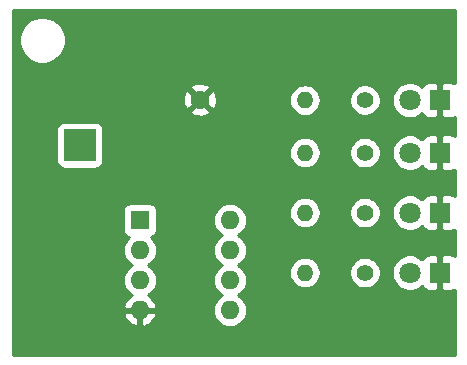
<source format=gbl>
G04 #@! TF.GenerationSoftware,KiCad,Pcbnew,(5.1.2)-1*
G04 #@! TF.CreationDate,2019-05-12T20:46:33-04:00*
G04 #@! TF.ProjectId,Demo2,44656d6f-322e-46b6-9963-61645f706362,rev?*
G04 #@! TF.SameCoordinates,PX80fd3d8PY55fe290*
G04 #@! TF.FileFunction,Copper,L2,Bot*
G04 #@! TF.FilePolarity,Positive*
%FSLAX46Y46*%
G04 Gerber Fmt 4.6, Leading zero omitted, Abs format (unit mm)*
G04 Created by KiCad (PCBNEW (5.1.2)-1) date 2019-05-12 20:46:33*
%MOMM*%
%LPD*%
G04 APERTURE LIST*
%ADD10C,1.400000*%
%ADD11O,1.400000X1.400000*%
%ADD12R,2.700000X2.700000*%
%ADD13C,1.600000*%
%ADD14R,1.800000X1.800000*%
%ADD15C,1.800000*%
%ADD16R,1.600000X1.600000*%
%ADD17O,1.600000X1.600000*%
%ADD18C,0.254000*%
G04 APERTURE END LIST*
D10*
X30480000Y22225000D03*
D11*
X25400000Y22225000D03*
D12*
X6350000Y18415000D03*
D13*
X16520000Y22265000D03*
D14*
X36830000Y22225000D03*
D15*
X34290000Y22225000D03*
X34290000Y17780000D03*
D14*
X36830000Y17780000D03*
X36830000Y12700000D03*
D15*
X34290000Y12700000D03*
X34290000Y7620000D03*
D14*
X36830000Y7620000D03*
D11*
X25400000Y17780000D03*
D10*
X30480000Y17780000D03*
X30480000Y12700000D03*
D11*
X25400000Y12700000D03*
X25400000Y7620000D03*
D10*
X30480000Y7620000D03*
D16*
X11430000Y12065000D03*
D17*
X19050000Y4445000D03*
X11430000Y9525000D03*
X19050000Y6985000D03*
X11430000Y6985000D03*
X19050000Y9525000D03*
X11430000Y4445000D03*
X19050000Y12065000D03*
D18*
G36*
X38075000Y23660612D02*
G01*
X37974180Y23714502D01*
X37854482Y23750812D01*
X37730000Y23763072D01*
X37115750Y23760000D01*
X36957000Y23601250D01*
X36957000Y22352000D01*
X36977000Y22352000D01*
X36977000Y22098000D01*
X36957000Y22098000D01*
X36957000Y20848750D01*
X37115750Y20690000D01*
X37730000Y20686928D01*
X37854482Y20699188D01*
X37974180Y20735498D01*
X38075000Y20789388D01*
X38075000Y19215612D01*
X37974180Y19269502D01*
X37854482Y19305812D01*
X37730000Y19318072D01*
X37115750Y19315000D01*
X36957000Y19156250D01*
X36957000Y17907000D01*
X36977000Y17907000D01*
X36977000Y17653000D01*
X36957000Y17653000D01*
X36957000Y16403750D01*
X37115750Y16245000D01*
X37730000Y16241928D01*
X37854482Y16254188D01*
X37974180Y16290498D01*
X38075000Y16344389D01*
X38075001Y14135611D01*
X37974180Y14189502D01*
X37854482Y14225812D01*
X37730000Y14238072D01*
X37115750Y14235000D01*
X36957000Y14076250D01*
X36957000Y12827000D01*
X36977000Y12827000D01*
X36977000Y12573000D01*
X36957000Y12573000D01*
X36957000Y11323750D01*
X37115750Y11165000D01*
X37730000Y11161928D01*
X37854482Y11174188D01*
X37974180Y11210498D01*
X38075001Y11264389D01*
X38075001Y9055611D01*
X37974180Y9109502D01*
X37854482Y9145812D01*
X37730000Y9158072D01*
X37115750Y9155000D01*
X36957000Y8996250D01*
X36957000Y7747000D01*
X36977000Y7747000D01*
X36977000Y7493000D01*
X36957000Y7493000D01*
X36957000Y6243750D01*
X37115750Y6085000D01*
X37730000Y6081928D01*
X37854482Y6094188D01*
X37974180Y6130498D01*
X38075001Y6184389D01*
X38075001Y660000D01*
X660000Y660000D01*
X660000Y4095961D01*
X10038096Y4095961D01*
X10078754Y3961913D01*
X10198963Y3707580D01*
X10366481Y3481586D01*
X10574869Y3292615D01*
X10816119Y3147930D01*
X11080960Y3053091D01*
X11303000Y3174376D01*
X11303000Y4318000D01*
X11557000Y4318000D01*
X11557000Y3174376D01*
X11779040Y3053091D01*
X12043881Y3147930D01*
X12285131Y3292615D01*
X12493519Y3481586D01*
X12661037Y3707580D01*
X12781246Y3961913D01*
X12821904Y4095961D01*
X12699915Y4318000D01*
X11557000Y4318000D01*
X11303000Y4318000D01*
X10160085Y4318000D01*
X10038096Y4095961D01*
X660000Y4095961D01*
X660000Y9525000D01*
X9988057Y9525000D01*
X10015764Y9243691D01*
X10097818Y8973192D01*
X10231068Y8723899D01*
X10410392Y8505392D01*
X10628899Y8326068D01*
X10761858Y8255000D01*
X10628899Y8183932D01*
X10410392Y8004608D01*
X10231068Y7786101D01*
X10097818Y7536808D01*
X10015764Y7266309D01*
X9988057Y6985000D01*
X10015764Y6703691D01*
X10097818Y6433192D01*
X10231068Y6183899D01*
X10410392Y5965392D01*
X10628899Y5786068D01*
X10766682Y5712421D01*
X10574869Y5597385D01*
X10366481Y5408414D01*
X10198963Y5182420D01*
X10078754Y4928087D01*
X10038096Y4794039D01*
X10160085Y4572000D01*
X11303000Y4572000D01*
X11303000Y4592000D01*
X11557000Y4592000D01*
X11557000Y4572000D01*
X12699915Y4572000D01*
X12821904Y4794039D01*
X12781246Y4928087D01*
X12661037Y5182420D01*
X12493519Y5408414D01*
X12285131Y5597385D01*
X12093318Y5712421D01*
X12231101Y5786068D01*
X12449608Y5965392D01*
X12628932Y6183899D01*
X12762182Y6433192D01*
X12844236Y6703691D01*
X12871943Y6985000D01*
X12844236Y7266309D01*
X12762182Y7536808D01*
X12628932Y7786101D01*
X12449608Y8004608D01*
X12231101Y8183932D01*
X12098142Y8255000D01*
X12231101Y8326068D01*
X12449608Y8505392D01*
X12628932Y8723899D01*
X12762182Y8973192D01*
X12844236Y9243691D01*
X12871943Y9525000D01*
X12844236Y9806309D01*
X12762182Y10076808D01*
X12628932Y10326101D01*
X12449608Y10544608D01*
X12336518Y10637419D01*
X12354482Y10639188D01*
X12474180Y10675498D01*
X12584494Y10734463D01*
X12681185Y10813815D01*
X12760537Y10910506D01*
X12819502Y11020820D01*
X12855812Y11140518D01*
X12868072Y11265000D01*
X12868072Y12065000D01*
X17608057Y12065000D01*
X17635764Y11783691D01*
X17717818Y11513192D01*
X17851068Y11263899D01*
X18030392Y11045392D01*
X18248899Y10866068D01*
X18381858Y10795000D01*
X18248899Y10723932D01*
X18030392Y10544608D01*
X17851068Y10326101D01*
X17717818Y10076808D01*
X17635764Y9806309D01*
X17608057Y9525000D01*
X17635764Y9243691D01*
X17717818Y8973192D01*
X17851068Y8723899D01*
X18030392Y8505392D01*
X18248899Y8326068D01*
X18381858Y8255000D01*
X18248899Y8183932D01*
X18030392Y8004608D01*
X17851068Y7786101D01*
X17717818Y7536808D01*
X17635764Y7266309D01*
X17608057Y6985000D01*
X17635764Y6703691D01*
X17717818Y6433192D01*
X17851068Y6183899D01*
X18030392Y5965392D01*
X18248899Y5786068D01*
X18381858Y5715000D01*
X18248899Y5643932D01*
X18030392Y5464608D01*
X17851068Y5246101D01*
X17717818Y4996808D01*
X17635764Y4726309D01*
X17608057Y4445000D01*
X17635764Y4163691D01*
X17717818Y3893192D01*
X17851068Y3643899D01*
X18030392Y3425392D01*
X18248899Y3246068D01*
X18498192Y3112818D01*
X18768691Y3030764D01*
X18979508Y3010000D01*
X19120492Y3010000D01*
X19331309Y3030764D01*
X19601808Y3112818D01*
X19851101Y3246068D01*
X20069608Y3425392D01*
X20248932Y3643899D01*
X20382182Y3893192D01*
X20464236Y4163691D01*
X20491943Y4445000D01*
X20464236Y4726309D01*
X20382182Y4996808D01*
X20248932Y5246101D01*
X20069608Y5464608D01*
X19851101Y5643932D01*
X19718142Y5715000D01*
X19851101Y5786068D01*
X20069608Y5965392D01*
X20248932Y6183899D01*
X20382182Y6433192D01*
X20464236Y6703691D01*
X20491943Y6985000D01*
X20464236Y7266309D01*
X20382182Y7536808D01*
X20337715Y7620000D01*
X24058541Y7620000D01*
X24084317Y7358294D01*
X24160653Y7106646D01*
X24284618Y6874725D01*
X24451445Y6671445D01*
X24654725Y6504618D01*
X24886646Y6380653D01*
X25138294Y6304317D01*
X25334421Y6285000D01*
X25465579Y6285000D01*
X25661706Y6304317D01*
X25913354Y6380653D01*
X26145275Y6504618D01*
X26348555Y6671445D01*
X26515382Y6874725D01*
X26639347Y7106646D01*
X26715683Y7358294D01*
X26741459Y7620000D01*
X26728509Y7751486D01*
X29145000Y7751486D01*
X29145000Y7488514D01*
X29196304Y7230595D01*
X29296939Y6987641D01*
X29443038Y6768987D01*
X29628987Y6583038D01*
X29847641Y6436939D01*
X30090595Y6336304D01*
X30348514Y6285000D01*
X30611486Y6285000D01*
X30869405Y6336304D01*
X31112359Y6436939D01*
X31331013Y6583038D01*
X31516962Y6768987D01*
X31663061Y6987641D01*
X31763696Y7230595D01*
X31815000Y7488514D01*
X31815000Y7751486D01*
X31811082Y7771184D01*
X32755000Y7771184D01*
X32755000Y7468816D01*
X32813989Y7172257D01*
X32929701Y6892905D01*
X33097688Y6641495D01*
X33311495Y6427688D01*
X33562905Y6259701D01*
X33842257Y6143989D01*
X34138816Y6085000D01*
X34441184Y6085000D01*
X34737743Y6143989D01*
X35017095Y6259701D01*
X35268505Y6427688D01*
X35334944Y6494127D01*
X35340498Y6475820D01*
X35399463Y6365506D01*
X35478815Y6268815D01*
X35575506Y6189463D01*
X35685820Y6130498D01*
X35805518Y6094188D01*
X35930000Y6081928D01*
X36544250Y6085000D01*
X36703000Y6243750D01*
X36703000Y7493000D01*
X36683000Y7493000D01*
X36683000Y7747000D01*
X36703000Y7747000D01*
X36703000Y8996250D01*
X36544250Y9155000D01*
X35930000Y9158072D01*
X35805518Y9145812D01*
X35685820Y9109502D01*
X35575506Y9050537D01*
X35478815Y8971185D01*
X35399463Y8874494D01*
X35340498Y8764180D01*
X35334944Y8745873D01*
X35268505Y8812312D01*
X35017095Y8980299D01*
X34737743Y9096011D01*
X34441184Y9155000D01*
X34138816Y9155000D01*
X33842257Y9096011D01*
X33562905Y8980299D01*
X33311495Y8812312D01*
X33097688Y8598505D01*
X32929701Y8347095D01*
X32813989Y8067743D01*
X32755000Y7771184D01*
X31811082Y7771184D01*
X31763696Y8009405D01*
X31663061Y8252359D01*
X31516962Y8471013D01*
X31331013Y8656962D01*
X31112359Y8803061D01*
X30869405Y8903696D01*
X30611486Y8955000D01*
X30348514Y8955000D01*
X30090595Y8903696D01*
X29847641Y8803061D01*
X29628987Y8656962D01*
X29443038Y8471013D01*
X29296939Y8252359D01*
X29196304Y8009405D01*
X29145000Y7751486D01*
X26728509Y7751486D01*
X26715683Y7881706D01*
X26639347Y8133354D01*
X26515382Y8365275D01*
X26348555Y8568555D01*
X26145275Y8735382D01*
X25913354Y8859347D01*
X25661706Y8935683D01*
X25465579Y8955000D01*
X25334421Y8955000D01*
X25138294Y8935683D01*
X24886646Y8859347D01*
X24654725Y8735382D01*
X24451445Y8568555D01*
X24284618Y8365275D01*
X24160653Y8133354D01*
X24084317Y7881706D01*
X24058541Y7620000D01*
X20337715Y7620000D01*
X20248932Y7786101D01*
X20069608Y8004608D01*
X19851101Y8183932D01*
X19718142Y8255000D01*
X19851101Y8326068D01*
X20069608Y8505392D01*
X20248932Y8723899D01*
X20382182Y8973192D01*
X20464236Y9243691D01*
X20491943Y9525000D01*
X20464236Y9806309D01*
X20382182Y10076808D01*
X20248932Y10326101D01*
X20069608Y10544608D01*
X19851101Y10723932D01*
X19718142Y10795000D01*
X19851101Y10866068D01*
X20069608Y11045392D01*
X20248932Y11263899D01*
X20382182Y11513192D01*
X20464236Y11783691D01*
X20491943Y12065000D01*
X20464236Y12346309D01*
X20382182Y12616808D01*
X20337715Y12700000D01*
X24058541Y12700000D01*
X24084317Y12438294D01*
X24160653Y12186646D01*
X24284618Y11954725D01*
X24451445Y11751445D01*
X24654725Y11584618D01*
X24886646Y11460653D01*
X25138294Y11384317D01*
X25334421Y11365000D01*
X25465579Y11365000D01*
X25661706Y11384317D01*
X25913354Y11460653D01*
X26145275Y11584618D01*
X26348555Y11751445D01*
X26515382Y11954725D01*
X26639347Y12186646D01*
X26715683Y12438294D01*
X26741459Y12700000D01*
X26728509Y12831486D01*
X29145000Y12831486D01*
X29145000Y12568514D01*
X29196304Y12310595D01*
X29296939Y12067641D01*
X29443038Y11848987D01*
X29628987Y11663038D01*
X29847641Y11516939D01*
X30090595Y11416304D01*
X30348514Y11365000D01*
X30611486Y11365000D01*
X30869405Y11416304D01*
X31112359Y11516939D01*
X31331013Y11663038D01*
X31516962Y11848987D01*
X31663061Y12067641D01*
X31763696Y12310595D01*
X31815000Y12568514D01*
X31815000Y12831486D01*
X31811082Y12851184D01*
X32755000Y12851184D01*
X32755000Y12548816D01*
X32813989Y12252257D01*
X32929701Y11972905D01*
X33097688Y11721495D01*
X33311495Y11507688D01*
X33562905Y11339701D01*
X33842257Y11223989D01*
X34138816Y11165000D01*
X34441184Y11165000D01*
X34737743Y11223989D01*
X35017095Y11339701D01*
X35268505Y11507688D01*
X35334944Y11574127D01*
X35340498Y11555820D01*
X35399463Y11445506D01*
X35478815Y11348815D01*
X35575506Y11269463D01*
X35685820Y11210498D01*
X35805518Y11174188D01*
X35930000Y11161928D01*
X36544250Y11165000D01*
X36703000Y11323750D01*
X36703000Y12573000D01*
X36683000Y12573000D01*
X36683000Y12827000D01*
X36703000Y12827000D01*
X36703000Y14076250D01*
X36544250Y14235000D01*
X35930000Y14238072D01*
X35805518Y14225812D01*
X35685820Y14189502D01*
X35575506Y14130537D01*
X35478815Y14051185D01*
X35399463Y13954494D01*
X35340498Y13844180D01*
X35334944Y13825873D01*
X35268505Y13892312D01*
X35017095Y14060299D01*
X34737743Y14176011D01*
X34441184Y14235000D01*
X34138816Y14235000D01*
X33842257Y14176011D01*
X33562905Y14060299D01*
X33311495Y13892312D01*
X33097688Y13678505D01*
X32929701Y13427095D01*
X32813989Y13147743D01*
X32755000Y12851184D01*
X31811082Y12851184D01*
X31763696Y13089405D01*
X31663061Y13332359D01*
X31516962Y13551013D01*
X31331013Y13736962D01*
X31112359Y13883061D01*
X30869405Y13983696D01*
X30611486Y14035000D01*
X30348514Y14035000D01*
X30090595Y13983696D01*
X29847641Y13883061D01*
X29628987Y13736962D01*
X29443038Y13551013D01*
X29296939Y13332359D01*
X29196304Y13089405D01*
X29145000Y12831486D01*
X26728509Y12831486D01*
X26715683Y12961706D01*
X26639347Y13213354D01*
X26515382Y13445275D01*
X26348555Y13648555D01*
X26145275Y13815382D01*
X25913354Y13939347D01*
X25661706Y14015683D01*
X25465579Y14035000D01*
X25334421Y14035000D01*
X25138294Y14015683D01*
X24886646Y13939347D01*
X24654725Y13815382D01*
X24451445Y13648555D01*
X24284618Y13445275D01*
X24160653Y13213354D01*
X24084317Y12961706D01*
X24058541Y12700000D01*
X20337715Y12700000D01*
X20248932Y12866101D01*
X20069608Y13084608D01*
X19851101Y13263932D01*
X19601808Y13397182D01*
X19331309Y13479236D01*
X19120492Y13500000D01*
X18979508Y13500000D01*
X18768691Y13479236D01*
X18498192Y13397182D01*
X18248899Y13263932D01*
X18030392Y13084608D01*
X17851068Y12866101D01*
X17717818Y12616808D01*
X17635764Y12346309D01*
X17608057Y12065000D01*
X12868072Y12065000D01*
X12868072Y12865000D01*
X12855812Y12989482D01*
X12819502Y13109180D01*
X12760537Y13219494D01*
X12681185Y13316185D01*
X12584494Y13395537D01*
X12474180Y13454502D01*
X12354482Y13490812D01*
X12230000Y13503072D01*
X10630000Y13503072D01*
X10505518Y13490812D01*
X10385820Y13454502D01*
X10275506Y13395537D01*
X10178815Y13316185D01*
X10099463Y13219494D01*
X10040498Y13109180D01*
X10004188Y12989482D01*
X9991928Y12865000D01*
X9991928Y11265000D01*
X10004188Y11140518D01*
X10040498Y11020820D01*
X10099463Y10910506D01*
X10178815Y10813815D01*
X10275506Y10734463D01*
X10385820Y10675498D01*
X10505518Y10639188D01*
X10523482Y10637419D01*
X10410392Y10544608D01*
X10231068Y10326101D01*
X10097818Y10076808D01*
X10015764Y9806309D01*
X9988057Y9525000D01*
X660000Y9525000D01*
X660000Y19765000D01*
X4361928Y19765000D01*
X4361928Y17065000D01*
X4374188Y16940518D01*
X4410498Y16820820D01*
X4469463Y16710506D01*
X4548815Y16613815D01*
X4645506Y16534463D01*
X4755820Y16475498D01*
X4875518Y16439188D01*
X5000000Y16426928D01*
X7700000Y16426928D01*
X7824482Y16439188D01*
X7944180Y16475498D01*
X8054494Y16534463D01*
X8151185Y16613815D01*
X8230537Y16710506D01*
X8289502Y16820820D01*
X8325812Y16940518D01*
X8338072Y17065000D01*
X8338072Y17780000D01*
X24058541Y17780000D01*
X24084317Y17518294D01*
X24160653Y17266646D01*
X24284618Y17034725D01*
X24451445Y16831445D01*
X24654725Y16664618D01*
X24886646Y16540653D01*
X25138294Y16464317D01*
X25334421Y16445000D01*
X25465579Y16445000D01*
X25661706Y16464317D01*
X25913354Y16540653D01*
X26145275Y16664618D01*
X26348555Y16831445D01*
X26515382Y17034725D01*
X26639347Y17266646D01*
X26715683Y17518294D01*
X26741459Y17780000D01*
X26728509Y17911486D01*
X29145000Y17911486D01*
X29145000Y17648514D01*
X29196304Y17390595D01*
X29296939Y17147641D01*
X29443038Y16928987D01*
X29628987Y16743038D01*
X29847641Y16596939D01*
X30090595Y16496304D01*
X30348514Y16445000D01*
X30611486Y16445000D01*
X30869405Y16496304D01*
X31112359Y16596939D01*
X31331013Y16743038D01*
X31516962Y16928987D01*
X31663061Y17147641D01*
X31763696Y17390595D01*
X31815000Y17648514D01*
X31815000Y17911486D01*
X31811082Y17931184D01*
X32755000Y17931184D01*
X32755000Y17628816D01*
X32813989Y17332257D01*
X32929701Y17052905D01*
X33097688Y16801495D01*
X33311495Y16587688D01*
X33562905Y16419701D01*
X33842257Y16303989D01*
X34138816Y16245000D01*
X34441184Y16245000D01*
X34737743Y16303989D01*
X35017095Y16419701D01*
X35268505Y16587688D01*
X35334944Y16654127D01*
X35340498Y16635820D01*
X35399463Y16525506D01*
X35478815Y16428815D01*
X35575506Y16349463D01*
X35685820Y16290498D01*
X35805518Y16254188D01*
X35930000Y16241928D01*
X36544250Y16245000D01*
X36703000Y16403750D01*
X36703000Y17653000D01*
X36683000Y17653000D01*
X36683000Y17907000D01*
X36703000Y17907000D01*
X36703000Y19156250D01*
X36544250Y19315000D01*
X35930000Y19318072D01*
X35805518Y19305812D01*
X35685820Y19269502D01*
X35575506Y19210537D01*
X35478815Y19131185D01*
X35399463Y19034494D01*
X35340498Y18924180D01*
X35334944Y18905873D01*
X35268505Y18972312D01*
X35017095Y19140299D01*
X34737743Y19256011D01*
X34441184Y19315000D01*
X34138816Y19315000D01*
X33842257Y19256011D01*
X33562905Y19140299D01*
X33311495Y18972312D01*
X33097688Y18758505D01*
X32929701Y18507095D01*
X32813989Y18227743D01*
X32755000Y17931184D01*
X31811082Y17931184D01*
X31763696Y18169405D01*
X31663061Y18412359D01*
X31516962Y18631013D01*
X31331013Y18816962D01*
X31112359Y18963061D01*
X30869405Y19063696D01*
X30611486Y19115000D01*
X30348514Y19115000D01*
X30090595Y19063696D01*
X29847641Y18963061D01*
X29628987Y18816962D01*
X29443038Y18631013D01*
X29296939Y18412359D01*
X29196304Y18169405D01*
X29145000Y17911486D01*
X26728509Y17911486D01*
X26715683Y18041706D01*
X26639347Y18293354D01*
X26515382Y18525275D01*
X26348555Y18728555D01*
X26145275Y18895382D01*
X25913354Y19019347D01*
X25661706Y19095683D01*
X25465579Y19115000D01*
X25334421Y19115000D01*
X25138294Y19095683D01*
X24886646Y19019347D01*
X24654725Y18895382D01*
X24451445Y18728555D01*
X24284618Y18525275D01*
X24160653Y18293354D01*
X24084317Y18041706D01*
X24058541Y17780000D01*
X8338072Y17780000D01*
X8338072Y19765000D01*
X8325812Y19889482D01*
X8289502Y20009180D01*
X8230537Y20119494D01*
X8151185Y20216185D01*
X8054494Y20295537D01*
X7944180Y20354502D01*
X7824482Y20390812D01*
X7700000Y20403072D01*
X5000000Y20403072D01*
X4875518Y20390812D01*
X4755820Y20354502D01*
X4645506Y20295537D01*
X4548815Y20216185D01*
X4469463Y20119494D01*
X4410498Y20009180D01*
X4374188Y19889482D01*
X4361928Y19765000D01*
X660000Y19765000D01*
X660000Y21272298D01*
X15706903Y21272298D01*
X15778486Y21028329D01*
X16033996Y20907429D01*
X16308184Y20838700D01*
X16590512Y20824783D01*
X16870130Y20866213D01*
X17136292Y20961397D01*
X17261514Y21028329D01*
X17333097Y21272298D01*
X16520000Y22085395D01*
X15706903Y21272298D01*
X660000Y21272298D01*
X660000Y22194488D01*
X15079783Y22194488D01*
X15121213Y21914870D01*
X15216397Y21648708D01*
X15283329Y21523486D01*
X15527298Y21451903D01*
X16340395Y22265000D01*
X16699605Y22265000D01*
X17512702Y21451903D01*
X17756671Y21523486D01*
X17877571Y21778996D01*
X17946300Y22053184D01*
X17954769Y22225000D01*
X24058541Y22225000D01*
X24084317Y21963294D01*
X24160653Y21711646D01*
X24284618Y21479725D01*
X24451445Y21276445D01*
X24654725Y21109618D01*
X24886646Y20985653D01*
X25138294Y20909317D01*
X25334421Y20890000D01*
X25465579Y20890000D01*
X25661706Y20909317D01*
X25913354Y20985653D01*
X26145275Y21109618D01*
X26348555Y21276445D01*
X26515382Y21479725D01*
X26639347Y21711646D01*
X26715683Y21963294D01*
X26741459Y22225000D01*
X26728509Y22356486D01*
X29145000Y22356486D01*
X29145000Y22093514D01*
X29196304Y21835595D01*
X29296939Y21592641D01*
X29443038Y21373987D01*
X29628987Y21188038D01*
X29847641Y21041939D01*
X30090595Y20941304D01*
X30348514Y20890000D01*
X30611486Y20890000D01*
X30869405Y20941304D01*
X31112359Y21041939D01*
X31331013Y21188038D01*
X31516962Y21373987D01*
X31663061Y21592641D01*
X31763696Y21835595D01*
X31815000Y22093514D01*
X31815000Y22356486D01*
X31811082Y22376184D01*
X32755000Y22376184D01*
X32755000Y22073816D01*
X32813989Y21777257D01*
X32929701Y21497905D01*
X33097688Y21246495D01*
X33311495Y21032688D01*
X33562905Y20864701D01*
X33842257Y20748989D01*
X34138816Y20690000D01*
X34441184Y20690000D01*
X34737743Y20748989D01*
X35017095Y20864701D01*
X35268505Y21032688D01*
X35334944Y21099127D01*
X35340498Y21080820D01*
X35399463Y20970506D01*
X35478815Y20873815D01*
X35575506Y20794463D01*
X35685820Y20735498D01*
X35805518Y20699188D01*
X35930000Y20686928D01*
X36544250Y20690000D01*
X36703000Y20848750D01*
X36703000Y22098000D01*
X36683000Y22098000D01*
X36683000Y22352000D01*
X36703000Y22352000D01*
X36703000Y23601250D01*
X36544250Y23760000D01*
X35930000Y23763072D01*
X35805518Y23750812D01*
X35685820Y23714502D01*
X35575506Y23655537D01*
X35478815Y23576185D01*
X35399463Y23479494D01*
X35340498Y23369180D01*
X35334944Y23350873D01*
X35268505Y23417312D01*
X35017095Y23585299D01*
X34737743Y23701011D01*
X34441184Y23760000D01*
X34138816Y23760000D01*
X33842257Y23701011D01*
X33562905Y23585299D01*
X33311495Y23417312D01*
X33097688Y23203505D01*
X32929701Y22952095D01*
X32813989Y22672743D01*
X32755000Y22376184D01*
X31811082Y22376184D01*
X31763696Y22614405D01*
X31663061Y22857359D01*
X31516962Y23076013D01*
X31331013Y23261962D01*
X31112359Y23408061D01*
X30869405Y23508696D01*
X30611486Y23560000D01*
X30348514Y23560000D01*
X30090595Y23508696D01*
X29847641Y23408061D01*
X29628987Y23261962D01*
X29443038Y23076013D01*
X29296939Y22857359D01*
X29196304Y22614405D01*
X29145000Y22356486D01*
X26728509Y22356486D01*
X26715683Y22486706D01*
X26639347Y22738354D01*
X26515382Y22970275D01*
X26348555Y23173555D01*
X26145275Y23340382D01*
X25913354Y23464347D01*
X25661706Y23540683D01*
X25465579Y23560000D01*
X25334421Y23560000D01*
X25138294Y23540683D01*
X24886646Y23464347D01*
X24654725Y23340382D01*
X24451445Y23173555D01*
X24284618Y22970275D01*
X24160653Y22738354D01*
X24084317Y22486706D01*
X24058541Y22225000D01*
X17954769Y22225000D01*
X17960217Y22335512D01*
X17918787Y22615130D01*
X17823603Y22881292D01*
X17756671Y23006514D01*
X17512702Y23078097D01*
X16699605Y22265000D01*
X16340395Y22265000D01*
X15527298Y23078097D01*
X15283329Y23006514D01*
X15162429Y22751004D01*
X15093700Y22476816D01*
X15079783Y22194488D01*
X660000Y22194488D01*
X660000Y23257702D01*
X15706903Y23257702D01*
X16520000Y22444605D01*
X17333097Y23257702D01*
X17261514Y23501671D01*
X17006004Y23622571D01*
X16731816Y23691300D01*
X16449488Y23705217D01*
X16169870Y23663787D01*
X15903708Y23568603D01*
X15778486Y23501671D01*
X15706903Y23257702D01*
X660000Y23257702D01*
X660000Y27500505D01*
X1190000Y27500505D01*
X1190000Y27109495D01*
X1266282Y26725997D01*
X1415915Y26364750D01*
X1633149Y26039636D01*
X1909636Y25763149D01*
X2234750Y25545915D01*
X2595997Y25396282D01*
X2979495Y25320000D01*
X3370505Y25320000D01*
X3754003Y25396282D01*
X4115250Y25545915D01*
X4440364Y25763149D01*
X4716851Y26039636D01*
X4934085Y26364750D01*
X5083718Y26725997D01*
X5160000Y27109495D01*
X5160000Y27500505D01*
X5083718Y27884003D01*
X4934085Y28245250D01*
X4716851Y28570364D01*
X4440364Y28846851D01*
X4115250Y29064085D01*
X3754003Y29213718D01*
X3370505Y29290000D01*
X2979495Y29290000D01*
X2595997Y29213718D01*
X2234750Y29064085D01*
X1909636Y28846851D01*
X1633149Y28570364D01*
X1415915Y28245250D01*
X1266282Y27884003D01*
X1190000Y27500505D01*
X660000Y27500505D01*
X660000Y29820000D01*
X38075000Y29820000D01*
X38075000Y23660612D01*
X38075000Y23660612D01*
G37*
X38075000Y23660612D02*
X37974180Y23714502D01*
X37854482Y23750812D01*
X37730000Y23763072D01*
X37115750Y23760000D01*
X36957000Y23601250D01*
X36957000Y22352000D01*
X36977000Y22352000D01*
X36977000Y22098000D01*
X36957000Y22098000D01*
X36957000Y20848750D01*
X37115750Y20690000D01*
X37730000Y20686928D01*
X37854482Y20699188D01*
X37974180Y20735498D01*
X38075000Y20789388D01*
X38075000Y19215612D01*
X37974180Y19269502D01*
X37854482Y19305812D01*
X37730000Y19318072D01*
X37115750Y19315000D01*
X36957000Y19156250D01*
X36957000Y17907000D01*
X36977000Y17907000D01*
X36977000Y17653000D01*
X36957000Y17653000D01*
X36957000Y16403750D01*
X37115750Y16245000D01*
X37730000Y16241928D01*
X37854482Y16254188D01*
X37974180Y16290498D01*
X38075000Y16344389D01*
X38075001Y14135611D01*
X37974180Y14189502D01*
X37854482Y14225812D01*
X37730000Y14238072D01*
X37115750Y14235000D01*
X36957000Y14076250D01*
X36957000Y12827000D01*
X36977000Y12827000D01*
X36977000Y12573000D01*
X36957000Y12573000D01*
X36957000Y11323750D01*
X37115750Y11165000D01*
X37730000Y11161928D01*
X37854482Y11174188D01*
X37974180Y11210498D01*
X38075001Y11264389D01*
X38075001Y9055611D01*
X37974180Y9109502D01*
X37854482Y9145812D01*
X37730000Y9158072D01*
X37115750Y9155000D01*
X36957000Y8996250D01*
X36957000Y7747000D01*
X36977000Y7747000D01*
X36977000Y7493000D01*
X36957000Y7493000D01*
X36957000Y6243750D01*
X37115750Y6085000D01*
X37730000Y6081928D01*
X37854482Y6094188D01*
X37974180Y6130498D01*
X38075001Y6184389D01*
X38075001Y660000D01*
X660000Y660000D01*
X660000Y4095961D01*
X10038096Y4095961D01*
X10078754Y3961913D01*
X10198963Y3707580D01*
X10366481Y3481586D01*
X10574869Y3292615D01*
X10816119Y3147930D01*
X11080960Y3053091D01*
X11303000Y3174376D01*
X11303000Y4318000D01*
X11557000Y4318000D01*
X11557000Y3174376D01*
X11779040Y3053091D01*
X12043881Y3147930D01*
X12285131Y3292615D01*
X12493519Y3481586D01*
X12661037Y3707580D01*
X12781246Y3961913D01*
X12821904Y4095961D01*
X12699915Y4318000D01*
X11557000Y4318000D01*
X11303000Y4318000D01*
X10160085Y4318000D01*
X10038096Y4095961D01*
X660000Y4095961D01*
X660000Y9525000D01*
X9988057Y9525000D01*
X10015764Y9243691D01*
X10097818Y8973192D01*
X10231068Y8723899D01*
X10410392Y8505392D01*
X10628899Y8326068D01*
X10761858Y8255000D01*
X10628899Y8183932D01*
X10410392Y8004608D01*
X10231068Y7786101D01*
X10097818Y7536808D01*
X10015764Y7266309D01*
X9988057Y6985000D01*
X10015764Y6703691D01*
X10097818Y6433192D01*
X10231068Y6183899D01*
X10410392Y5965392D01*
X10628899Y5786068D01*
X10766682Y5712421D01*
X10574869Y5597385D01*
X10366481Y5408414D01*
X10198963Y5182420D01*
X10078754Y4928087D01*
X10038096Y4794039D01*
X10160085Y4572000D01*
X11303000Y4572000D01*
X11303000Y4592000D01*
X11557000Y4592000D01*
X11557000Y4572000D01*
X12699915Y4572000D01*
X12821904Y4794039D01*
X12781246Y4928087D01*
X12661037Y5182420D01*
X12493519Y5408414D01*
X12285131Y5597385D01*
X12093318Y5712421D01*
X12231101Y5786068D01*
X12449608Y5965392D01*
X12628932Y6183899D01*
X12762182Y6433192D01*
X12844236Y6703691D01*
X12871943Y6985000D01*
X12844236Y7266309D01*
X12762182Y7536808D01*
X12628932Y7786101D01*
X12449608Y8004608D01*
X12231101Y8183932D01*
X12098142Y8255000D01*
X12231101Y8326068D01*
X12449608Y8505392D01*
X12628932Y8723899D01*
X12762182Y8973192D01*
X12844236Y9243691D01*
X12871943Y9525000D01*
X12844236Y9806309D01*
X12762182Y10076808D01*
X12628932Y10326101D01*
X12449608Y10544608D01*
X12336518Y10637419D01*
X12354482Y10639188D01*
X12474180Y10675498D01*
X12584494Y10734463D01*
X12681185Y10813815D01*
X12760537Y10910506D01*
X12819502Y11020820D01*
X12855812Y11140518D01*
X12868072Y11265000D01*
X12868072Y12065000D01*
X17608057Y12065000D01*
X17635764Y11783691D01*
X17717818Y11513192D01*
X17851068Y11263899D01*
X18030392Y11045392D01*
X18248899Y10866068D01*
X18381858Y10795000D01*
X18248899Y10723932D01*
X18030392Y10544608D01*
X17851068Y10326101D01*
X17717818Y10076808D01*
X17635764Y9806309D01*
X17608057Y9525000D01*
X17635764Y9243691D01*
X17717818Y8973192D01*
X17851068Y8723899D01*
X18030392Y8505392D01*
X18248899Y8326068D01*
X18381858Y8255000D01*
X18248899Y8183932D01*
X18030392Y8004608D01*
X17851068Y7786101D01*
X17717818Y7536808D01*
X17635764Y7266309D01*
X17608057Y6985000D01*
X17635764Y6703691D01*
X17717818Y6433192D01*
X17851068Y6183899D01*
X18030392Y5965392D01*
X18248899Y5786068D01*
X18381858Y5715000D01*
X18248899Y5643932D01*
X18030392Y5464608D01*
X17851068Y5246101D01*
X17717818Y4996808D01*
X17635764Y4726309D01*
X17608057Y4445000D01*
X17635764Y4163691D01*
X17717818Y3893192D01*
X17851068Y3643899D01*
X18030392Y3425392D01*
X18248899Y3246068D01*
X18498192Y3112818D01*
X18768691Y3030764D01*
X18979508Y3010000D01*
X19120492Y3010000D01*
X19331309Y3030764D01*
X19601808Y3112818D01*
X19851101Y3246068D01*
X20069608Y3425392D01*
X20248932Y3643899D01*
X20382182Y3893192D01*
X20464236Y4163691D01*
X20491943Y4445000D01*
X20464236Y4726309D01*
X20382182Y4996808D01*
X20248932Y5246101D01*
X20069608Y5464608D01*
X19851101Y5643932D01*
X19718142Y5715000D01*
X19851101Y5786068D01*
X20069608Y5965392D01*
X20248932Y6183899D01*
X20382182Y6433192D01*
X20464236Y6703691D01*
X20491943Y6985000D01*
X20464236Y7266309D01*
X20382182Y7536808D01*
X20337715Y7620000D01*
X24058541Y7620000D01*
X24084317Y7358294D01*
X24160653Y7106646D01*
X24284618Y6874725D01*
X24451445Y6671445D01*
X24654725Y6504618D01*
X24886646Y6380653D01*
X25138294Y6304317D01*
X25334421Y6285000D01*
X25465579Y6285000D01*
X25661706Y6304317D01*
X25913354Y6380653D01*
X26145275Y6504618D01*
X26348555Y6671445D01*
X26515382Y6874725D01*
X26639347Y7106646D01*
X26715683Y7358294D01*
X26741459Y7620000D01*
X26728509Y7751486D01*
X29145000Y7751486D01*
X29145000Y7488514D01*
X29196304Y7230595D01*
X29296939Y6987641D01*
X29443038Y6768987D01*
X29628987Y6583038D01*
X29847641Y6436939D01*
X30090595Y6336304D01*
X30348514Y6285000D01*
X30611486Y6285000D01*
X30869405Y6336304D01*
X31112359Y6436939D01*
X31331013Y6583038D01*
X31516962Y6768987D01*
X31663061Y6987641D01*
X31763696Y7230595D01*
X31815000Y7488514D01*
X31815000Y7751486D01*
X31811082Y7771184D01*
X32755000Y7771184D01*
X32755000Y7468816D01*
X32813989Y7172257D01*
X32929701Y6892905D01*
X33097688Y6641495D01*
X33311495Y6427688D01*
X33562905Y6259701D01*
X33842257Y6143989D01*
X34138816Y6085000D01*
X34441184Y6085000D01*
X34737743Y6143989D01*
X35017095Y6259701D01*
X35268505Y6427688D01*
X35334944Y6494127D01*
X35340498Y6475820D01*
X35399463Y6365506D01*
X35478815Y6268815D01*
X35575506Y6189463D01*
X35685820Y6130498D01*
X35805518Y6094188D01*
X35930000Y6081928D01*
X36544250Y6085000D01*
X36703000Y6243750D01*
X36703000Y7493000D01*
X36683000Y7493000D01*
X36683000Y7747000D01*
X36703000Y7747000D01*
X36703000Y8996250D01*
X36544250Y9155000D01*
X35930000Y9158072D01*
X35805518Y9145812D01*
X35685820Y9109502D01*
X35575506Y9050537D01*
X35478815Y8971185D01*
X35399463Y8874494D01*
X35340498Y8764180D01*
X35334944Y8745873D01*
X35268505Y8812312D01*
X35017095Y8980299D01*
X34737743Y9096011D01*
X34441184Y9155000D01*
X34138816Y9155000D01*
X33842257Y9096011D01*
X33562905Y8980299D01*
X33311495Y8812312D01*
X33097688Y8598505D01*
X32929701Y8347095D01*
X32813989Y8067743D01*
X32755000Y7771184D01*
X31811082Y7771184D01*
X31763696Y8009405D01*
X31663061Y8252359D01*
X31516962Y8471013D01*
X31331013Y8656962D01*
X31112359Y8803061D01*
X30869405Y8903696D01*
X30611486Y8955000D01*
X30348514Y8955000D01*
X30090595Y8903696D01*
X29847641Y8803061D01*
X29628987Y8656962D01*
X29443038Y8471013D01*
X29296939Y8252359D01*
X29196304Y8009405D01*
X29145000Y7751486D01*
X26728509Y7751486D01*
X26715683Y7881706D01*
X26639347Y8133354D01*
X26515382Y8365275D01*
X26348555Y8568555D01*
X26145275Y8735382D01*
X25913354Y8859347D01*
X25661706Y8935683D01*
X25465579Y8955000D01*
X25334421Y8955000D01*
X25138294Y8935683D01*
X24886646Y8859347D01*
X24654725Y8735382D01*
X24451445Y8568555D01*
X24284618Y8365275D01*
X24160653Y8133354D01*
X24084317Y7881706D01*
X24058541Y7620000D01*
X20337715Y7620000D01*
X20248932Y7786101D01*
X20069608Y8004608D01*
X19851101Y8183932D01*
X19718142Y8255000D01*
X19851101Y8326068D01*
X20069608Y8505392D01*
X20248932Y8723899D01*
X20382182Y8973192D01*
X20464236Y9243691D01*
X20491943Y9525000D01*
X20464236Y9806309D01*
X20382182Y10076808D01*
X20248932Y10326101D01*
X20069608Y10544608D01*
X19851101Y10723932D01*
X19718142Y10795000D01*
X19851101Y10866068D01*
X20069608Y11045392D01*
X20248932Y11263899D01*
X20382182Y11513192D01*
X20464236Y11783691D01*
X20491943Y12065000D01*
X20464236Y12346309D01*
X20382182Y12616808D01*
X20337715Y12700000D01*
X24058541Y12700000D01*
X24084317Y12438294D01*
X24160653Y12186646D01*
X24284618Y11954725D01*
X24451445Y11751445D01*
X24654725Y11584618D01*
X24886646Y11460653D01*
X25138294Y11384317D01*
X25334421Y11365000D01*
X25465579Y11365000D01*
X25661706Y11384317D01*
X25913354Y11460653D01*
X26145275Y11584618D01*
X26348555Y11751445D01*
X26515382Y11954725D01*
X26639347Y12186646D01*
X26715683Y12438294D01*
X26741459Y12700000D01*
X26728509Y12831486D01*
X29145000Y12831486D01*
X29145000Y12568514D01*
X29196304Y12310595D01*
X29296939Y12067641D01*
X29443038Y11848987D01*
X29628987Y11663038D01*
X29847641Y11516939D01*
X30090595Y11416304D01*
X30348514Y11365000D01*
X30611486Y11365000D01*
X30869405Y11416304D01*
X31112359Y11516939D01*
X31331013Y11663038D01*
X31516962Y11848987D01*
X31663061Y12067641D01*
X31763696Y12310595D01*
X31815000Y12568514D01*
X31815000Y12831486D01*
X31811082Y12851184D01*
X32755000Y12851184D01*
X32755000Y12548816D01*
X32813989Y12252257D01*
X32929701Y11972905D01*
X33097688Y11721495D01*
X33311495Y11507688D01*
X33562905Y11339701D01*
X33842257Y11223989D01*
X34138816Y11165000D01*
X34441184Y11165000D01*
X34737743Y11223989D01*
X35017095Y11339701D01*
X35268505Y11507688D01*
X35334944Y11574127D01*
X35340498Y11555820D01*
X35399463Y11445506D01*
X35478815Y11348815D01*
X35575506Y11269463D01*
X35685820Y11210498D01*
X35805518Y11174188D01*
X35930000Y11161928D01*
X36544250Y11165000D01*
X36703000Y11323750D01*
X36703000Y12573000D01*
X36683000Y12573000D01*
X36683000Y12827000D01*
X36703000Y12827000D01*
X36703000Y14076250D01*
X36544250Y14235000D01*
X35930000Y14238072D01*
X35805518Y14225812D01*
X35685820Y14189502D01*
X35575506Y14130537D01*
X35478815Y14051185D01*
X35399463Y13954494D01*
X35340498Y13844180D01*
X35334944Y13825873D01*
X35268505Y13892312D01*
X35017095Y14060299D01*
X34737743Y14176011D01*
X34441184Y14235000D01*
X34138816Y14235000D01*
X33842257Y14176011D01*
X33562905Y14060299D01*
X33311495Y13892312D01*
X33097688Y13678505D01*
X32929701Y13427095D01*
X32813989Y13147743D01*
X32755000Y12851184D01*
X31811082Y12851184D01*
X31763696Y13089405D01*
X31663061Y13332359D01*
X31516962Y13551013D01*
X31331013Y13736962D01*
X31112359Y13883061D01*
X30869405Y13983696D01*
X30611486Y14035000D01*
X30348514Y14035000D01*
X30090595Y13983696D01*
X29847641Y13883061D01*
X29628987Y13736962D01*
X29443038Y13551013D01*
X29296939Y13332359D01*
X29196304Y13089405D01*
X29145000Y12831486D01*
X26728509Y12831486D01*
X26715683Y12961706D01*
X26639347Y13213354D01*
X26515382Y13445275D01*
X26348555Y13648555D01*
X26145275Y13815382D01*
X25913354Y13939347D01*
X25661706Y14015683D01*
X25465579Y14035000D01*
X25334421Y14035000D01*
X25138294Y14015683D01*
X24886646Y13939347D01*
X24654725Y13815382D01*
X24451445Y13648555D01*
X24284618Y13445275D01*
X24160653Y13213354D01*
X24084317Y12961706D01*
X24058541Y12700000D01*
X20337715Y12700000D01*
X20248932Y12866101D01*
X20069608Y13084608D01*
X19851101Y13263932D01*
X19601808Y13397182D01*
X19331309Y13479236D01*
X19120492Y13500000D01*
X18979508Y13500000D01*
X18768691Y13479236D01*
X18498192Y13397182D01*
X18248899Y13263932D01*
X18030392Y13084608D01*
X17851068Y12866101D01*
X17717818Y12616808D01*
X17635764Y12346309D01*
X17608057Y12065000D01*
X12868072Y12065000D01*
X12868072Y12865000D01*
X12855812Y12989482D01*
X12819502Y13109180D01*
X12760537Y13219494D01*
X12681185Y13316185D01*
X12584494Y13395537D01*
X12474180Y13454502D01*
X12354482Y13490812D01*
X12230000Y13503072D01*
X10630000Y13503072D01*
X10505518Y13490812D01*
X10385820Y13454502D01*
X10275506Y13395537D01*
X10178815Y13316185D01*
X10099463Y13219494D01*
X10040498Y13109180D01*
X10004188Y12989482D01*
X9991928Y12865000D01*
X9991928Y11265000D01*
X10004188Y11140518D01*
X10040498Y11020820D01*
X10099463Y10910506D01*
X10178815Y10813815D01*
X10275506Y10734463D01*
X10385820Y10675498D01*
X10505518Y10639188D01*
X10523482Y10637419D01*
X10410392Y10544608D01*
X10231068Y10326101D01*
X10097818Y10076808D01*
X10015764Y9806309D01*
X9988057Y9525000D01*
X660000Y9525000D01*
X660000Y19765000D01*
X4361928Y19765000D01*
X4361928Y17065000D01*
X4374188Y16940518D01*
X4410498Y16820820D01*
X4469463Y16710506D01*
X4548815Y16613815D01*
X4645506Y16534463D01*
X4755820Y16475498D01*
X4875518Y16439188D01*
X5000000Y16426928D01*
X7700000Y16426928D01*
X7824482Y16439188D01*
X7944180Y16475498D01*
X8054494Y16534463D01*
X8151185Y16613815D01*
X8230537Y16710506D01*
X8289502Y16820820D01*
X8325812Y16940518D01*
X8338072Y17065000D01*
X8338072Y17780000D01*
X24058541Y17780000D01*
X24084317Y17518294D01*
X24160653Y17266646D01*
X24284618Y17034725D01*
X24451445Y16831445D01*
X24654725Y16664618D01*
X24886646Y16540653D01*
X25138294Y16464317D01*
X25334421Y16445000D01*
X25465579Y16445000D01*
X25661706Y16464317D01*
X25913354Y16540653D01*
X26145275Y16664618D01*
X26348555Y16831445D01*
X26515382Y17034725D01*
X26639347Y17266646D01*
X26715683Y17518294D01*
X26741459Y17780000D01*
X26728509Y17911486D01*
X29145000Y17911486D01*
X29145000Y17648514D01*
X29196304Y17390595D01*
X29296939Y17147641D01*
X29443038Y16928987D01*
X29628987Y16743038D01*
X29847641Y16596939D01*
X30090595Y16496304D01*
X30348514Y16445000D01*
X30611486Y16445000D01*
X30869405Y16496304D01*
X31112359Y16596939D01*
X31331013Y16743038D01*
X31516962Y16928987D01*
X31663061Y17147641D01*
X31763696Y17390595D01*
X31815000Y17648514D01*
X31815000Y17911486D01*
X31811082Y17931184D01*
X32755000Y17931184D01*
X32755000Y17628816D01*
X32813989Y17332257D01*
X32929701Y17052905D01*
X33097688Y16801495D01*
X33311495Y16587688D01*
X33562905Y16419701D01*
X33842257Y16303989D01*
X34138816Y16245000D01*
X34441184Y16245000D01*
X34737743Y16303989D01*
X35017095Y16419701D01*
X35268505Y16587688D01*
X35334944Y16654127D01*
X35340498Y16635820D01*
X35399463Y16525506D01*
X35478815Y16428815D01*
X35575506Y16349463D01*
X35685820Y16290498D01*
X35805518Y16254188D01*
X35930000Y16241928D01*
X36544250Y16245000D01*
X36703000Y16403750D01*
X36703000Y17653000D01*
X36683000Y17653000D01*
X36683000Y17907000D01*
X36703000Y17907000D01*
X36703000Y19156250D01*
X36544250Y19315000D01*
X35930000Y19318072D01*
X35805518Y19305812D01*
X35685820Y19269502D01*
X35575506Y19210537D01*
X35478815Y19131185D01*
X35399463Y19034494D01*
X35340498Y18924180D01*
X35334944Y18905873D01*
X35268505Y18972312D01*
X35017095Y19140299D01*
X34737743Y19256011D01*
X34441184Y19315000D01*
X34138816Y19315000D01*
X33842257Y19256011D01*
X33562905Y19140299D01*
X33311495Y18972312D01*
X33097688Y18758505D01*
X32929701Y18507095D01*
X32813989Y18227743D01*
X32755000Y17931184D01*
X31811082Y17931184D01*
X31763696Y18169405D01*
X31663061Y18412359D01*
X31516962Y18631013D01*
X31331013Y18816962D01*
X31112359Y18963061D01*
X30869405Y19063696D01*
X30611486Y19115000D01*
X30348514Y19115000D01*
X30090595Y19063696D01*
X29847641Y18963061D01*
X29628987Y18816962D01*
X29443038Y18631013D01*
X29296939Y18412359D01*
X29196304Y18169405D01*
X29145000Y17911486D01*
X26728509Y17911486D01*
X26715683Y18041706D01*
X26639347Y18293354D01*
X26515382Y18525275D01*
X26348555Y18728555D01*
X26145275Y18895382D01*
X25913354Y19019347D01*
X25661706Y19095683D01*
X25465579Y19115000D01*
X25334421Y19115000D01*
X25138294Y19095683D01*
X24886646Y19019347D01*
X24654725Y18895382D01*
X24451445Y18728555D01*
X24284618Y18525275D01*
X24160653Y18293354D01*
X24084317Y18041706D01*
X24058541Y17780000D01*
X8338072Y17780000D01*
X8338072Y19765000D01*
X8325812Y19889482D01*
X8289502Y20009180D01*
X8230537Y20119494D01*
X8151185Y20216185D01*
X8054494Y20295537D01*
X7944180Y20354502D01*
X7824482Y20390812D01*
X7700000Y20403072D01*
X5000000Y20403072D01*
X4875518Y20390812D01*
X4755820Y20354502D01*
X4645506Y20295537D01*
X4548815Y20216185D01*
X4469463Y20119494D01*
X4410498Y20009180D01*
X4374188Y19889482D01*
X4361928Y19765000D01*
X660000Y19765000D01*
X660000Y21272298D01*
X15706903Y21272298D01*
X15778486Y21028329D01*
X16033996Y20907429D01*
X16308184Y20838700D01*
X16590512Y20824783D01*
X16870130Y20866213D01*
X17136292Y20961397D01*
X17261514Y21028329D01*
X17333097Y21272298D01*
X16520000Y22085395D01*
X15706903Y21272298D01*
X660000Y21272298D01*
X660000Y22194488D01*
X15079783Y22194488D01*
X15121213Y21914870D01*
X15216397Y21648708D01*
X15283329Y21523486D01*
X15527298Y21451903D01*
X16340395Y22265000D01*
X16699605Y22265000D01*
X17512702Y21451903D01*
X17756671Y21523486D01*
X17877571Y21778996D01*
X17946300Y22053184D01*
X17954769Y22225000D01*
X24058541Y22225000D01*
X24084317Y21963294D01*
X24160653Y21711646D01*
X24284618Y21479725D01*
X24451445Y21276445D01*
X24654725Y21109618D01*
X24886646Y20985653D01*
X25138294Y20909317D01*
X25334421Y20890000D01*
X25465579Y20890000D01*
X25661706Y20909317D01*
X25913354Y20985653D01*
X26145275Y21109618D01*
X26348555Y21276445D01*
X26515382Y21479725D01*
X26639347Y21711646D01*
X26715683Y21963294D01*
X26741459Y22225000D01*
X26728509Y22356486D01*
X29145000Y22356486D01*
X29145000Y22093514D01*
X29196304Y21835595D01*
X29296939Y21592641D01*
X29443038Y21373987D01*
X29628987Y21188038D01*
X29847641Y21041939D01*
X30090595Y20941304D01*
X30348514Y20890000D01*
X30611486Y20890000D01*
X30869405Y20941304D01*
X31112359Y21041939D01*
X31331013Y21188038D01*
X31516962Y21373987D01*
X31663061Y21592641D01*
X31763696Y21835595D01*
X31815000Y22093514D01*
X31815000Y22356486D01*
X31811082Y22376184D01*
X32755000Y22376184D01*
X32755000Y22073816D01*
X32813989Y21777257D01*
X32929701Y21497905D01*
X33097688Y21246495D01*
X33311495Y21032688D01*
X33562905Y20864701D01*
X33842257Y20748989D01*
X34138816Y20690000D01*
X34441184Y20690000D01*
X34737743Y20748989D01*
X35017095Y20864701D01*
X35268505Y21032688D01*
X35334944Y21099127D01*
X35340498Y21080820D01*
X35399463Y20970506D01*
X35478815Y20873815D01*
X35575506Y20794463D01*
X35685820Y20735498D01*
X35805518Y20699188D01*
X35930000Y20686928D01*
X36544250Y20690000D01*
X36703000Y20848750D01*
X36703000Y22098000D01*
X36683000Y22098000D01*
X36683000Y22352000D01*
X36703000Y22352000D01*
X36703000Y23601250D01*
X36544250Y23760000D01*
X35930000Y23763072D01*
X35805518Y23750812D01*
X35685820Y23714502D01*
X35575506Y23655537D01*
X35478815Y23576185D01*
X35399463Y23479494D01*
X35340498Y23369180D01*
X35334944Y23350873D01*
X35268505Y23417312D01*
X35017095Y23585299D01*
X34737743Y23701011D01*
X34441184Y23760000D01*
X34138816Y23760000D01*
X33842257Y23701011D01*
X33562905Y23585299D01*
X33311495Y23417312D01*
X33097688Y23203505D01*
X32929701Y22952095D01*
X32813989Y22672743D01*
X32755000Y22376184D01*
X31811082Y22376184D01*
X31763696Y22614405D01*
X31663061Y22857359D01*
X31516962Y23076013D01*
X31331013Y23261962D01*
X31112359Y23408061D01*
X30869405Y23508696D01*
X30611486Y23560000D01*
X30348514Y23560000D01*
X30090595Y23508696D01*
X29847641Y23408061D01*
X29628987Y23261962D01*
X29443038Y23076013D01*
X29296939Y22857359D01*
X29196304Y22614405D01*
X29145000Y22356486D01*
X26728509Y22356486D01*
X26715683Y22486706D01*
X26639347Y22738354D01*
X26515382Y22970275D01*
X26348555Y23173555D01*
X26145275Y23340382D01*
X25913354Y23464347D01*
X25661706Y23540683D01*
X25465579Y23560000D01*
X25334421Y23560000D01*
X25138294Y23540683D01*
X24886646Y23464347D01*
X24654725Y23340382D01*
X24451445Y23173555D01*
X24284618Y22970275D01*
X24160653Y22738354D01*
X24084317Y22486706D01*
X24058541Y22225000D01*
X17954769Y22225000D01*
X17960217Y22335512D01*
X17918787Y22615130D01*
X17823603Y22881292D01*
X17756671Y23006514D01*
X17512702Y23078097D01*
X16699605Y22265000D01*
X16340395Y22265000D01*
X15527298Y23078097D01*
X15283329Y23006514D01*
X15162429Y22751004D01*
X15093700Y22476816D01*
X15079783Y22194488D01*
X660000Y22194488D01*
X660000Y23257702D01*
X15706903Y23257702D01*
X16520000Y22444605D01*
X17333097Y23257702D01*
X17261514Y23501671D01*
X17006004Y23622571D01*
X16731816Y23691300D01*
X16449488Y23705217D01*
X16169870Y23663787D01*
X15903708Y23568603D01*
X15778486Y23501671D01*
X15706903Y23257702D01*
X660000Y23257702D01*
X660000Y27500505D01*
X1190000Y27500505D01*
X1190000Y27109495D01*
X1266282Y26725997D01*
X1415915Y26364750D01*
X1633149Y26039636D01*
X1909636Y25763149D01*
X2234750Y25545915D01*
X2595997Y25396282D01*
X2979495Y25320000D01*
X3370505Y25320000D01*
X3754003Y25396282D01*
X4115250Y25545915D01*
X4440364Y25763149D01*
X4716851Y26039636D01*
X4934085Y26364750D01*
X5083718Y26725997D01*
X5160000Y27109495D01*
X5160000Y27500505D01*
X5083718Y27884003D01*
X4934085Y28245250D01*
X4716851Y28570364D01*
X4440364Y28846851D01*
X4115250Y29064085D01*
X3754003Y29213718D01*
X3370505Y29290000D01*
X2979495Y29290000D01*
X2595997Y29213718D01*
X2234750Y29064085D01*
X1909636Y28846851D01*
X1633149Y28570364D01*
X1415915Y28245250D01*
X1266282Y27884003D01*
X1190000Y27500505D01*
X660000Y27500505D01*
X660000Y29820000D01*
X38075000Y29820000D01*
X38075000Y23660612D01*
M02*

</source>
